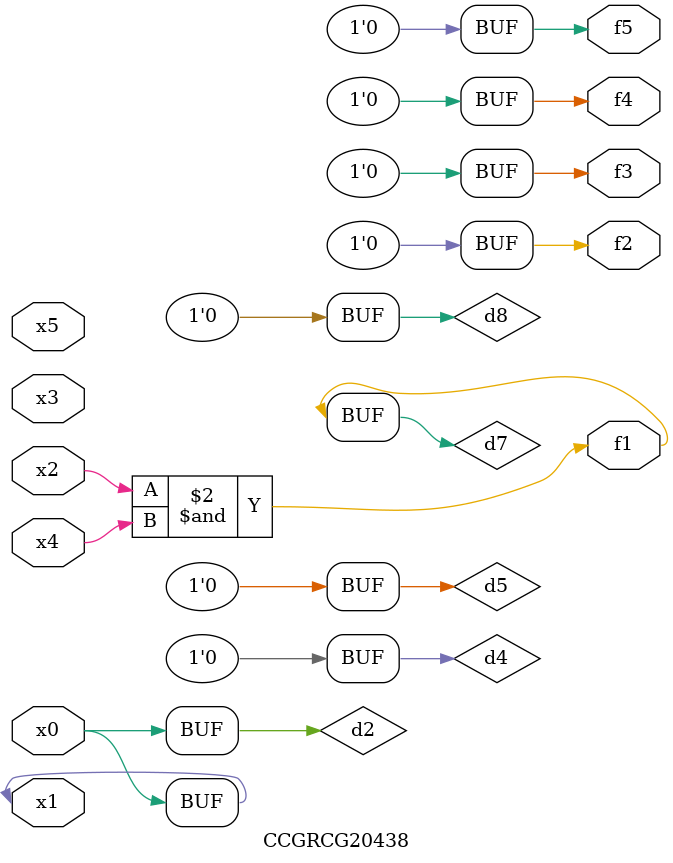
<source format=v>
module CCGRCG20438(
	input x0, x1, x2, x3, x4, x5,
	output f1, f2, f3, f4, f5
);

	wire d1, d2, d3, d4, d5, d6, d7, d8, d9;

	nand (d1, x1);
	buf (d2, x0, x1);
	nand (d3, x2, x4);
	and (d4, d1, d2);
	and (d5, d1, d2);
	nand (d6, d1, d3);
	not (d7, d3);
	xor (d8, d5);
	nor (d9, d5, d6);
	assign f1 = d7;
	assign f2 = d8;
	assign f3 = d8;
	assign f4 = d8;
	assign f5 = d8;
endmodule

</source>
